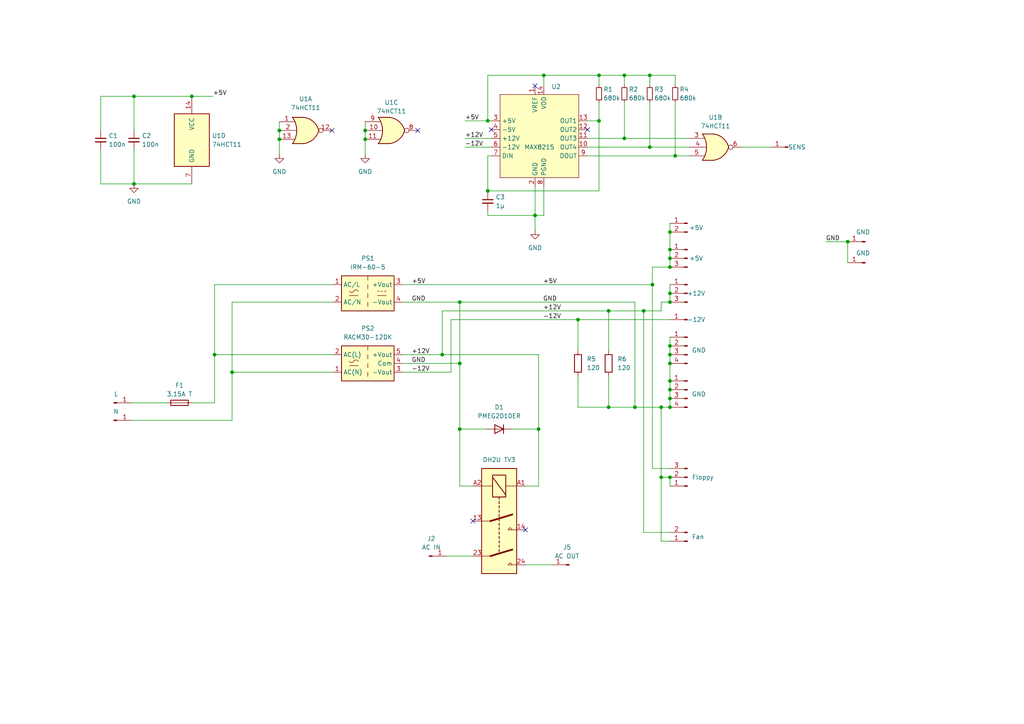
<source format=kicad_sch>
(kicad_sch (version 20230121) (generator eeschema)
  (paper "A4")
  (lib_symbols
    (symbol "74xx:74LS27" (pin_names (offset 1.016))
      (property "Reference" "U" (at 0 1.27 0))
      (property "Value" "74LS27" (at 0 -1.27 0))
      (symbol "74LS27_1_1"
        (arc (start -3.81 -3.81) (mid -2.589 0) (end -3.81 3.81) (stroke (width 0.254)))
        (arc (start -0.6096 -3.81) (mid 2.1842 -2.5851) (end 3.81 0) (stroke (width 0.254)) (fill (type background)))
        (polyline (pts (xy -3.81 -3.81) (xy -0.635 -3.81)) (stroke (width 0.254)) (fill (type background)))
        (polyline (pts (xy -3.81 3.81) (xy -0.635 3.81)) (stroke (width 0.254)) (fill (type background)))
        (polyline (pts (xy -0.635 3.81) (xy -3.81 3.81) (xy -3.81 3.81) (xy -3.556 3.4036) (xy -3.0226 2.2606) (xy -2.6924 1.0414) (xy -2.6162 -0.254) (xy -2.7686 -1.4986) (xy -3.175 -2.7178) (xy -3.81 -3.81) (xy -3.81 -3.81) (xy -0.635 -3.81)) (stroke (width -25.4)) (fill (type background)))
        (arc (start 3.81 0) (mid 2.1915 2.5936) (end -0.6096 3.81) (stroke (width 0.254)) (fill (type background)))
        (pin input line (at -7.62 2.54 0) (length 4.318) (name "~") (number "1"))
        (pin output inverted (at 7.62 0 180) (length 3.81) (name "~") (number "12"))
        (pin input line (at -7.62 -2.54 0) (length 4.318) (name "~") (number "13"))
        (pin input line (at -7.62 0 0) (length 4.953) (name "~") (number "2"))
      )
      (symbol "74LS27_1_2"
        (arc (start 0 -3.81) (mid 3.7934 0) (end 0 3.81) (stroke (width 0.254)) (fill (type background)))
        (polyline (pts (xy 0 3.81) (xy -3.81 3.81) (xy -3.81 -3.81) (xy 0 -3.81)) (stroke (width 0.254)) (fill (type background)))
        (pin input inverted (at -7.62 2.54 0) (length 3.81) (name "~") (number "1"))
        (pin output line (at 7.62 0 180) (length 3.81) (name "~") (number "12"))
        (pin input inverted (at -7.62 -2.54 0) (length 3.81) (name "~") (number "13"))
        (pin input inverted (at -7.62 0 0) (length 3.81) (name "~") (number "2"))
      )
      (symbol "74LS27_2_1"
        (arc (start -3.81 -3.81) (mid -2.589 0) (end -3.81 3.81) (stroke (width 0.254)))
        (arc (start -0.6096 -3.81) (mid 2.1842 -2.5851) (end 3.81 0) (stroke (width 0.254)) (fill (type background)))
        (polyline (pts (xy -3.81 -3.81) (xy -0.635 -3.81)) (stroke (width 0.254)) (fill (type background)))
        (polyline (pts (xy -3.81 3.81) (xy -0.635 3.81)) (stroke (width 0.254)) (fill (type background)))
        (polyline (pts (xy -0.635 3.81) (xy -3.81 3.81) (xy -3.81 3.81) (xy -3.556 3.4036) (xy -3.0226 2.2606) (xy -2.6924 1.0414) (xy -2.6162 -0.254) (xy -2.7686 -1.4986) (xy -3.175 -2.7178) (xy -3.81 -3.81) (xy -3.81 -3.81) (xy -0.635 -3.81)) (stroke (width -25.4)) (fill (type background)))
        (arc (start 3.81 0) (mid 2.1915 2.5936) (end -0.6096 3.81) (stroke (width 0.254)) (fill (type background)))
        (pin input line (at -7.62 2.54 0) (length 4.318) (name "~") (number "3"))
        (pin input line (at -7.62 0 0) (length 4.953) (name "~") (number "4"))
        (pin input line (at -7.62 -2.54 0) (length 4.318) (name "~") (number "5"))
        (pin output inverted (at 7.62 0 180) (length 3.81) (name "~") (number "6"))
      )
      (symbol "74LS27_2_2"
        (arc (start 0 -3.81) (mid 3.7934 0) (end 0 3.81) (stroke (width 0.254)) (fill (type background)))
        (polyline (pts (xy 0 3.81) (xy -3.81 3.81) (xy -3.81 -3.81) (xy 0 -3.81)) (stroke (width 0.254)) (fill (type background)))
        (pin input inverted (at -7.62 2.54 0) (length 3.81) (name "~") (number "3"))
        (pin input inverted (at -7.62 0 0) (length 3.81) (name "~") (number "4"))
        (pin input inverted (at -7.62 -2.54 0) (length 3.81) (name "~") (number "5"))
        (pin output line (at 7.62 0 180) (length 3.81) (name "~") (number "6"))
      )
      (symbol "74LS27_3_1"
        (arc (start -3.81 -3.81) (mid -2.589 0) (end -3.81 3.81) (stroke (width 0.254)))
        (arc (start -0.6096 -3.81) (mid 2.1842 -2.5851) (end 3.81 0) (stroke (width 0.254)) (fill (type background)))
        (polyline (pts (xy -3.81 -3.81) (xy -0.635 -3.81)) (stroke (width 0.254)) (fill (type background)))
        (polyline (pts (xy -3.81 3.81) (xy -0.635 3.81)) (stroke (width 0.254)) (fill (type background)))
        (polyline (pts (xy -0.635 3.81) (xy -3.81 3.81) (xy -3.81 3.81) (xy -3.556 3.4036) (xy -3.0226 2.2606) (xy -2.6924 1.0414) (xy -2.6162 -0.254) (xy -2.7686 -1.4986) (xy -3.175 -2.7178) (xy -3.81 -3.81) (xy -3.81 -3.81) (xy -0.635 -3.81)) (stroke (width -25.4)) (fill (type background)))
        (arc (start 3.81 0) (mid 2.1915 2.5936) (end -0.6096 3.81) (stroke (width 0.254)) (fill (type background)))
        (pin input line (at -7.62 0 0) (length 4.953) (name "~") (number "10"))
        (pin input line (at -7.62 -2.54 0) (length 4.318) (name "~") (number "11"))
        (pin output inverted (at 7.62 0 180) (length 3.81) (name "~") (number "8"))
        (pin input line (at -7.62 2.54 0) (length 4.318) (name "~") (number "9"))
      )
      (symbol "74LS27_3_2"
        (arc (start 0 -3.81) (mid 3.7934 0) (end 0 3.81) (stroke (width 0.254)) (fill (type background)))
        (polyline (pts (xy 0 3.81) (xy -3.81 3.81) (xy -3.81 -3.81) (xy 0 -3.81)) (stroke (width 0.254)) (fill (type background)))
        (pin input inverted (at -7.62 0 0) (length 3.81) (name "~") (number "10"))
        (pin input inverted (at -7.62 -2.54 0) (length 3.81) (name "~") (number "11"))
        (pin output line (at 7.62 0 180) (length 3.81) (name "~") (number "8"))
        (pin input inverted (at -7.62 2.54 0) (length 3.81) (name "~") (number "9"))
      )
      (symbol "74LS27_4_0"
        (pin power_in line (at 0 12.7 270) (length 5.08) (name "VCC") (number "14"))
        (pin power_in line (at 0 -12.7 90) (length 5.08) (name "GND") (number "7"))
      )
      (symbol "74LS27_4_1"
        (rectangle (start -5.08 7.62) (end 5.08 -7.62) (stroke (width 0.254)) (fill (type background)))
      )
    )
    (symbol "Connector:Conn_01x01_Pin" (pin_names (offset 1.016) hide)
      (property "Reference" "J" (at 0 2.54 0))
      (property "Value" "Conn_01x01_Pin" (at 0 -2.54 0))
      (symbol "Conn_01x01_Pin_1_1"
        (polyline (pts (xy 1.27 0) (xy 0.8636 0)) (stroke (width 0.1524)))
        (rectangle (start 0.8636 0.127) (end 0 -0.127) (stroke (width 0.1524)) (fill (type outline)))
        (pin passive line (at 5.08 0 180) (length 3.81) (name "Pin_1") (number "1"))
      )
    )
    (symbol "Connector:Conn_01x02_Pin" (pin_names (offset 1.016) hide)
      (property "Reference" "J" (at 0 2.54 0))
      (property "Value" "Conn_01x02_Pin" (at 0 -5.08 0))
      (symbol "Conn_01x02_Pin_1_1"
        (polyline (pts (xy 1.27 -2.54) (xy 0.8636 -2.54)) (stroke (width 0.1524)))
        (polyline (pts (xy 1.27 0) (xy 0.8636 0)) (stroke (width 0.1524)))
        (rectangle (start 0.8636 -2.413) (end 0 -2.667) (stroke (width 0.1524)) (fill (type outline)))
        (rectangle (start 0.8636 0.127) (end 0 -0.127) (stroke (width 0.1524)) (fill (type outline)))
        (pin passive line (at 5.08 0 180) (length 3.81) (name "Pin_1") (number "1"))
        (pin passive line (at 5.08 -2.54 180) (length 3.81) (name "Pin_2") (number "2"))
      )
    )
    (symbol "Connector:Conn_01x03_Pin" (pin_names (offset 1.016) hide)
      (property "Reference" "J" (at 0 5.08 0))
      (property "Value" "Conn_01x03_Pin" (at 0 -5.08 0))
      (symbol "Conn_01x03_Pin_1_1"
        (polyline (pts (xy 1.27 -2.54) (xy 0.8636 -2.54)) (stroke (width 0.1524)))
        (polyline (pts (xy 1.27 0) (xy 0.8636 0)) (stroke (width 0.1524)))
        (polyline (pts (xy 1.27 2.54) (xy 0.8636 2.54)) (stroke (width 0.1524)))
        (rectangle (start 0.8636 -2.413) (end 0 -2.667) (stroke (width 0.1524)) (fill (type outline)))
        (rectangle (start 0.8636 0.127) (end 0 -0.127) (stroke (width 0.1524)) (fill (type outline)))
        (rectangle (start 0.8636 2.667) (end 0 2.413) (stroke (width 0.1524)) (fill (type outline)))
        (pin passive line (at 5.08 2.54 180) (length 3.81) (name "Pin_1") (number "1"))
        (pin passive line (at 5.08 0 180) (length 3.81) (name "Pin_2") (number "2"))
        (pin passive line (at 5.08 -2.54 180) (length 3.81) (name "Pin_3") (number "3"))
      )
    )
    (symbol "Connector:Conn_01x04_Pin" (pin_names (offset 1.016) hide)
      (property "Reference" "J" (at 0 5.08 0))
      (property "Value" "Conn_01x04_Pin" (at 0 -7.62 0))
      (symbol "Conn_01x04_Pin_1_1"
        (polyline (pts (xy 1.27 -5.08) (xy 0.8636 -5.08)) (stroke (width 0.1524)))
        (polyline (pts (xy 1.27 -2.54) (xy 0.8636 -2.54)) (stroke (width 0.1524)))
        (polyline (pts (xy 1.27 0) (xy 0.8636 0)) (stroke (width 0.1524)))
        (polyline (pts (xy 1.27 2.54) (xy 0.8636 2.54)) (stroke (width 0.1524)))
        (rectangle (start 0.8636 -4.953) (end 0 -5.207) (stroke (width 0.1524)) (fill (type outline)))
        (rectangle (start 0.8636 -2.413) (end 0 -2.667) (stroke (width 0.1524)) (fill (type outline)))
        (rectangle (start 0.8636 0.127) (end 0 -0.127) (stroke (width 0.1524)) (fill (type outline)))
        (rectangle (start 0.8636 2.667) (end 0 2.413) (stroke (width 0.1524)) (fill (type outline)))
        (pin passive line (at 5.08 2.54 180) (length 3.81) (name "Pin_1") (number "1"))
        (pin passive line (at 5.08 0 180) (length 3.81) (name "Pin_2") (number "2"))
        (pin passive line (at 5.08 -2.54 180) (length 3.81) (name "Pin_3") (number "3"))
        (pin passive line (at 5.08 -5.08 180) (length 3.81) (name "Pin_4") (number "4"))
      )
    )
    (symbol "Converter_ACDC:IRM-60-5"
      (property "Reference" "PS" (at 0 7.62 0))
      (property "Value" "IRM-60-5" (at 0 -7.62 0))
      (symbol "IRM-60-5_1_1"
        (rectangle (start -7.62 5.08) (end 7.62 -5.08) (stroke (width 0.254)) (fill (type background)))
        (arc (start -5.334 0.635) (mid -4.699 0.2495) (end -4.064 0.635))
        (arc (start -2.794 0.635) (mid -3.429 1.0072) (end -4.064 0.635))
        (polyline (pts (xy -5.334 -0.635) (xy -2.794 -0.635)))
        (polyline (pts (xy 0 -2.54) (xy 0 -3.81)))
        (polyline (pts (xy 0 0) (xy 0 -1.27)))
        (polyline (pts (xy 0 2.54) (xy 0 1.27)))
        (polyline (pts (xy 0 5.08) (xy 0 3.81)))
        (polyline (pts (xy 2.794 -0.635) (xy 5.334 -0.635)))
        (polyline (pts (xy 2.794 0.635) (xy 3.302 0.635)))
        (polyline (pts (xy 3.81 0.635) (xy 4.318 0.635)))
        (polyline (pts (xy 4.826 0.635) (xy 5.334 0.635)))
        (pin power_in line (at -10.16 2.54 0) (length 2.54) (name "AC/L") (number "1"))
        (pin power_in line (at -10.16 -2.54 0) (length 2.54) (name "AC/N") (number "2"))
        (pin power_out line (at 10.16 2.54 180) (length 2.54) (name "+Vout") (number "3"))
        (pin power_out line (at 10.16 -2.54 180) (length 2.54) (name "-Vout") (number "4"))
      )
    )
    (symbol "Converter_ACDC:RAC20-12DK"
      (property "Reference" "PS2" (at 0 10.16 0))
      (property "Value" "RACM30-12DK" (at 0 7.62 0))
      (symbol "RAC20-12DK_0_1"
        (rectangle (start -7.62 5.08) (end 7.62 -5.08) (stroke (width 0.254)) (fill (type background)))
        (arc (start -5.334 0.635) (mid -4.699 0.2495) (end -4.064 0.635))
        (arc (start -2.794 0.635) (mid -3.429 1.0072) (end -4.064 0.635))
        (polyline (pts (xy -5.334 -0.635) (xy -2.794 -0.635)))
        (polyline (pts (xy 0 -2.54) (xy 0 -3.81)))
        (polyline (pts (xy 0 0) (xy 0 -1.27)))
        (polyline (pts (xy 0 2.54) (xy 0 1.27)))
        (polyline (pts (xy 0 5.08) (xy 0 3.81)))
      )
      (symbol "RAC20-12DK_1_1"
        (pin power_in line (at -10.16 -2.54 0) (length 2.54) (name "AC(N)") (number "1"))
        (pin power_in line (at -10.16 2.54 0) (length 2.54) (name "AC(L)") (number "2"))
        (pin power_out line (at 10.16 -2.54 180) (length 2.54) (name "-Vout") (number "3"))
        (pin power_out line (at 10.16 0 180) (length 2.54) (name "Com") (number "4"))
        (pin power_out line (at 10.16 2.54 180) (length 2.54) (name "+Vout") (number "5"))
      )
    )
    (symbol "Device:C_Small" (pin_numbers hide) (pin_names (offset 0.254) hide)
      (property "Reference" "C" (at 0.254 1.778 0))
      (property "Value" "C_Small" (at 0.254 -2.032 0))
      (symbol "C_Small_0_1"
        (polyline (pts (xy -1.524 -0.508) (xy 1.524 -0.508)) (stroke (width 0.3302)))
        (polyline (pts (xy -1.524 0.508) (xy 1.524 0.508)) (stroke (width 0.3048)))
      )
      (symbol "C_Small_1_1"
        (pin passive line (at 0 2.54 270) (length 2.032) (name "~") (number "1"))
        (pin passive line (at 0 -2.54 90) (length 2.032) (name "~") (number "2"))
      )
    )
    (symbol "Device:Fuse" (pin_numbers hide) (pin_names (offset 0))
      (property "Reference" "F" (at 2.032 0 90))
      (property "Value" "Fuse" (at -1.905 0 90))
      (symbol "Fuse_0_1"
        (rectangle (start -0.762 -2.54) (end 0.762 2.54) (stroke (width 0.254)))
        (polyline (pts (xy 0 2.54) (xy 0 -2.54)))
      )
      (symbol "Fuse_1_1"
        (pin passive line (at 0 3.81 270) (length 1.27) (name "~") (number "1"))
        (pin passive line (at 0 -3.81 90) (length 1.27) (name "~") (number "2"))
      )
    )
    (symbol "Device:R" (pin_numbers hide) (pin_names (offset 0))
      (property "Reference" "R" (at 2.032 0 90))
      (property "Value" "R" (at 0 0 90))
      (symbol "R_0_1"
        (rectangle (start -1.016 -2.54) (end 1.016 2.54) (stroke (width 0.254)))
      )
      (symbol "R_1_1"
        (pin passive line (at 0 3.81 270) (length 1.27) (name "~") (number "1"))
        (pin passive line (at 0 -3.81 90) (length 1.27) (name "~") (number "2"))
      )
    )
    (symbol "Device:R_Small" (pin_numbers hide) (pin_names (offset 0.254) hide)
      (property "Reference" "R" (at 0.762 0.508 0))
      (property "Value" "R_Small" (at 0.762 -1.016 0))
      (symbol "R_Small_0_1"
        (rectangle (start -0.762 1.778) (end 0.762 -1.778) (stroke (width 0.2032)))
      )
      (symbol "R_Small_1_1"
        (pin passive line (at 0 2.54 270) (length 0.762) (name "~") (number "1"))
        (pin passive line (at 0 -2.54 90) (length 0.762) (name "~") (number "2"))
      )
    )
    (symbol "Diode:1N4001" (pin_numbers hide) (pin_names hide)
      (property "Reference" "D" (at 0 2.54 0))
      (property "Value" "1N4001" (at 0 -2.54 0))
      (symbol "1N4001_0_1"
        (polyline (pts (xy -1.27 1.27) (xy -1.27 -1.27)) (stroke (width 0.254)))
        (polyline (pts (xy 1.27 0) (xy -1.27 0)))
        (polyline (pts (xy 1.27 1.27) (xy 1.27 -1.27) (xy -1.27 0) (xy 1.27 1.27)) (stroke (width 0.254)))
      )
      (symbol "1N4001_1_1"
        (pin passive line (at -3.81 0 0) (length 2.54) (name "K") (number "1"))
        (pin passive line (at 3.81 0 180) (length 2.54) (name "A") (number "2"))
      )
    )
    (symbol "Power_Supervisor:MAX8215"
      (property "Reference" "U" (at -1.27 6.35 0))
      (symbol "MAX8215_1_1"
        (rectangle (start -11.43 15.24) (end 11.43 -8.89) (fill (type background)))
        (pin power_in line (at -1.27 17.78 270) (length 2.54) (name "VREF") (number "1"))
        (pin output line (at 13.97 0 180) (length 2.54) (name "OUT4") (number "10"))
        (pin output line (at 13.97 2.54 180) (length 2.54) (name "OUT3") (number "11"))
        (pin output line (at 13.97 5.08 180) (length 2.54) (name "OUT2") (number "12"))
        (pin output line (at 13.97 7.62 180) (length 2.54) (name "OUT1") (number "13"))
        (pin power_in line (at 1.27 17.78 270) (length 2.54) (name "VDD") (number "14"))
        (pin power_in line (at -1.27 -11.43 90) (length 2.54) (name "GND") (number "2"))
        (pin input line (at -13.97 7.62 0) (length 2.54) (name "+5V") (number "3"))
        (pin input line (at -13.97 5.08 0) (length 2.54) (name "-5V") (number "4"))
        (pin input line (at -13.97 2.54 0) (length 2.54) (name "+12V") (number "5"))
        (pin input line (at -13.97 0 0) (length 2.54) (name "-12V") (number "6"))
        (pin input line (at -13.97 -2.54 0) (length 2.54) (name "DIN") (number "7"))
        (pin power_in line (at 1.27 -11.43 90) (length 2.54) (name "PGND") (number "8"))
        (pin output line (at 13.97 -2.54 180) (length 2.54) (name "DOUT") (number "9"))
      )
    )
    (symbol "Relay:G2RL-2A"
      (property "Reference" "K" (at 16.51 3.81 0))
      (property "Value" "G2RL-2A" (at 16.51 1.27 0))
      (symbol "G2RL-2A_0_1"
        (rectangle (start -15.24 5.08) (end 15.24 -5.08) (stroke (width 0.254)) (fill (type background)))
        (rectangle (start -13.335 1.905) (end -6.985 -1.905) (stroke (width 0.254)))
        (polyline (pts (xy -12.7 -1.905) (xy -7.62 1.905)) (stroke (width 0.254)))
        (polyline (pts (xy -10.16 -5.08) (xy -10.16 -1.905)))
        (polyline (pts (xy -10.16 5.08) (xy -10.16 1.905)))
        (polyline (pts (xy -6.985 0) (xy -6.35 0)) (stroke (width 0.254)))
        (polyline (pts (xy -5.715 0) (xy -5.08 0)) (stroke (width 0.254)))
        (polyline (pts (xy -4.445 0) (xy -3.81 0)) (stroke (width 0.254)))
        (polyline (pts (xy -3.175 0) (xy -2.54 0)) (stroke (width 0.254)))
        (polyline (pts (xy -1.905 0) (xy -1.27 0)) (stroke (width 0.254)))
        (polyline (pts (xy -0.635 0) (xy 0 0)) (stroke (width 0.254)))
        (polyline (pts (xy 0 -2.54) (xy -1.905 3.81)) (stroke (width 0.508)))
        (polyline (pts (xy 0 -2.54) (xy 0 -5.08)))
        (polyline (pts (xy 0.635 0) (xy 1.27 0)) (stroke (width 0.254)))
        (polyline (pts (xy 1.905 0) (xy 2.54 0)) (stroke (width 0.254)))
        (polyline (pts (xy 3.175 0) (xy 3.81 0)) (stroke (width 0.254)))
        (polyline (pts (xy 4.445 0) (xy 5.08 0)) (stroke (width 0.254)))
        (polyline (pts (xy 5.715 0) (xy 6.35 0)) (stroke (width 0.254)))
        (polyline (pts (xy 6.985 0) (xy 7.62 0)) (stroke (width 0.254)))
        (polyline (pts (xy 8.255 0) (xy 8.89 0)) (stroke (width 0.254)))
        (polyline (pts (xy 10.16 -2.54) (xy 8.255 3.81)) (stroke (width 0.508)))
        (polyline (pts (xy 10.16 -2.54) (xy 10.16 -5.08)))
        (polyline (pts (xy 2.54 5.08) (xy 2.54 2.54) (xy 1.905 3.175) (xy 2.54 3.81)))
        (polyline (pts (xy 12.7 5.08) (xy 12.7 2.54) (xy 12.065 3.175) (xy 12.7 3.81)))
      )
      (symbol "G2RL-2A_1_1"
        (pin passive line (at 0 -7.62 90) (length 2.54) (name "~") (number "13"))
        (pin passive line (at 2.54 7.62 270) (length 2.54) (name "~") (number "14"))
        (pin passive line (at 10.16 -7.62 90) (length 2.54) (name "~") (number "23"))
        (pin passive line (at 12.7 7.62 270) (length 2.54) (name "~") (number "24"))
        (pin passive line (at -10.16 7.62 270) (length 2.54) (name "~") (number "A1"))
        (pin passive line (at -10.16 -7.62 90) (length 2.54) (name "~") (number "A2"))
      )
    )
    (symbol "power:GND" (power) (pin_names (offset 0))
      (property "Value" "GND" (at 0 -3.81 0))
      (symbol "GND_0_1"
        (polyline (pts (xy 0 0) (xy 0 -1.27) (xy 1.27 -1.27) (xy 0 -2.54) (xy -1.27 -1.27) (xy 0 -1.27)))
      )
      (symbol "GND_1_1"
        (pin power_in line (at 0 0 270) (length 0) hide (name "GND") (number "1"))
      )
    )
  )
  (junction (at 141.478 35.052))
  (junction (at 81.026 40.386))
  (junction (at 194.31 118.11))
  (junction (at 189.23 82.55))
  (junction (at 155.194 62.484))
  (junction (at 194.31 113.03))
  (junction (at 194.31 87.63))
  (junction (at 133.35 87.63))
  (junction (at 245.872 70.104))
  (junction (at 186.69 90.17))
  (junction (at 194.31 105.41))
  (junction (at 173.736 35.052))
  (junction (at 188.468 42.672))
  (junction (at 67.31 107.95))
  (junction (at 141.478 55.372))
  (junction (at 167.64 92.71))
  (junction (at 157.734 21.844))
  (junction (at 176.53 90.17))
  (junction (at 194.31 85.09))
  (junction (at 194.31 115.57))
  (junction (at 184.15 118.11))
  (junction (at 194.31 74.93))
  (junction (at 194.31 67.31))
  (junction (at 38.862 27.94))
  (junction (at 55.626 27.94))
  (junction (at 128.27 102.87))
  (junction (at 176.53 118.11))
  (junction (at 191.77 138.43))
  (junction (at 181.102 40.132))
  (junction (at 194.31 72.39))
  (junction (at 194.31 100.33))
  (junction (at 194.31 110.49))
  (junction (at 62.23 102.87))
  (junction (at 194.31 138.43))
  (junction (at 194.31 77.47))
  (junction (at 105.918 40.386))
  (junction (at 191.77 118.11))
  (junction (at 156.21 124.46))
  (junction (at 194.31 102.87))
  (junction (at 81.026 37.846))
  (junction (at 105.918 37.846))
  (junction (at 133.35 105.41))
  (junction (at 173.736 21.844))
  (junction (at 38.862 53.34))
  (junction (at 188.468 21.844))
  (junction (at 195.834 45.212))
  (junction (at 181.102 21.844))
  (junction (at 133.35 124.46))
  (no_connect (at 152.4 153.67))
  (no_connect (at 170.434 37.592))
  (no_connect (at 96.266 37.846))
  (no_connect (at 142.494 37.592))
  (no_connect (at 137.16 151.13))
  (no_connect (at 155.194 24.892))
  (no_connect (at 121.158 37.846))
  (wire (pts (xy 167.64 92.71) (xy 167.64 101.6)))
  (wire (pts (xy 38.862 53.34) (xy 38.862 43.18)))
  (wire (pts (xy 156.21 124.46) (xy 148.59 124.46)))
  (wire (pts (xy 141.478 60.96) (xy 141.478 62.484)))
  (wire (pts (xy 62.23 102.87) (xy 62.23 116.84)))
  (wire (pts (xy 140.97 124.46) (xy 133.35 124.46)))
  (wire (pts (xy 55.88 116.84) (xy 62.23 116.84)))
  (wire (pts (xy 141.478 21.844) (xy 141.478 35.052)))
  (wire (pts (xy 194.31 115.57) (xy 194.31 118.11)))
  (wire (pts (xy 191.77 138.43) (xy 191.77 118.11)))
  (wire (pts (xy 188.468 29.718) (xy 188.468 42.672)))
  (wire (pts (xy 194.31 113.03) (xy 194.31 115.57)))
  (wire (pts (xy 194.31 72.39) (xy 194.31 74.93)))
  (wire (pts (xy 155.194 62.484) (xy 157.734 62.484)))
  (wire (pts (xy 186.69 90.17) (xy 186.69 154.432)))
  (wire (pts (xy 29.21 38.1) (xy 29.21 27.94)))
  (wire (pts (xy 152.4 140.97) (xy 156.21 140.97)))
  (wire (pts (xy 38.862 27.94) (xy 38.862 38.1)))
  (wire (pts (xy 116.84 102.87) (xy 128.27 102.87)))
  (wire (pts (xy 134.874 42.672) (xy 142.494 42.672)))
  (wire (pts (xy 191.77 87.63) (xy 194.31 87.63)))
  (wire (pts (xy 191.77 118.11) (xy 194.31 118.11)))
  (wire (pts (xy 194.31 138.43) (xy 194.31 140.97)))
  (wire (pts (xy 67.31 87.63) (xy 96.52 87.63)))
  (wire (pts (xy 176.53 90.17) (xy 176.53 101.6)))
  (wire (pts (xy 55.626 27.94) (xy 61.722 27.94)))
  (wire (pts (xy 157.734 21.844) (xy 141.478 21.844)))
  (wire (pts (xy 29.21 43.18) (xy 29.21 53.34)))
  (wire (pts (xy 129.54 161.29) (xy 137.16 161.29)))
  (wire (pts (xy 245.872 70.104) (xy 245.872 76.2)))
  (wire (pts (xy 184.15 87.63) (xy 184.15 118.11)))
  (wire (pts (xy 142.494 45.212) (xy 141.478 45.212)))
  (wire (pts (xy 81.026 35.306) (xy 81.026 37.846)))
  (wire (pts (xy 189.23 135.89) (xy 189.23 82.55)))
  (wire (pts (xy 38.1 121.92) (xy 67.31 121.92)))
  (wire (pts (xy 181.102 21.844) (xy 188.468 21.844)))
  (wire (pts (xy 173.736 21.844) (xy 181.102 21.844)))
  (wire (pts (xy 173.736 24.638) (xy 173.736 21.844)))
  (wire (pts (xy 133.35 124.46) (xy 133.35 140.97)))
  (wire (pts (xy 105.918 40.386) (xy 105.918 44.704)))
  (wire (pts (xy 152.4 163.83) (xy 160.02 163.83)))
  (wire (pts (xy 141.478 55.372) (xy 173.736 55.372)))
  (wire (pts (xy 186.69 90.17) (xy 191.77 90.17)))
  (wire (pts (xy 29.21 27.94) (xy 38.862 27.94)))
  (wire (pts (xy 81.026 37.846) (xy 81.026 40.386)))
  (wire (pts (xy 157.734 62.484) (xy 157.734 54.102)))
  (wire (pts (xy 157.734 24.892) (xy 157.734 21.844)))
  (wire (pts (xy 194.31 67.31) (xy 194.31 72.39)))
  (wire (pts (xy 38.862 27.94) (xy 55.626 27.94)))
  (wire (pts (xy 62.23 102.87) (xy 62.23 82.55)))
  (wire (pts (xy 195.834 21.844) (xy 188.468 21.844)))
  (wire (pts (xy 194.31 64.77) (xy 194.31 67.31)))
  (wire (pts (xy 155.194 54.102) (xy 155.194 62.484)))
  (wire (pts (xy 173.736 29.718) (xy 173.736 35.052)))
  (wire (pts (xy 194.31 77.47) (xy 189.23 77.47)))
  (wire (pts (xy 170.434 45.212) (xy 195.834 45.212)))
  (wire (pts (xy 130.81 92.71) (xy 167.64 92.71)))
  (wire (pts (xy 176.53 90.17) (xy 186.69 90.17)))
  (wire (pts (xy 116.84 87.63) (xy 133.35 87.63)))
  (wire (pts (xy 191.77 90.17) (xy 191.77 87.63)))
  (wire (pts (xy 194.31 105.41) (xy 194.31 110.49)))
  (wire (pts (xy 81.026 40.386) (xy 81.026 44.704)))
  (wire (pts (xy 194.31 138.43) (xy 191.77 138.43)))
  (wire (pts (xy 181.102 29.718) (xy 181.102 40.132)))
  (wire (pts (xy 194.31 97.79) (xy 194.31 100.33)))
  (wire (pts (xy 141.478 62.484) (xy 155.194 62.484)))
  (wire (pts (xy 173.736 35.052) (xy 170.434 35.052)))
  (wire (pts (xy 130.81 107.95) (xy 130.81 92.71)))
  (wire (pts (xy 188.468 24.638) (xy 188.468 21.844)))
  (wire (pts (xy 141.478 55.372) (xy 141.478 55.88)))
  (wire (pts (xy 141.478 35.052) (xy 142.494 35.052)))
  (wire (pts (xy 133.35 105.41) (xy 133.35 124.46)))
  (wire (pts (xy 134.874 40.132) (xy 142.494 40.132)))
  (wire (pts (xy 105.918 35.306) (xy 105.918 37.846)))
  (wire (pts (xy 194.31 85.09) (xy 194.31 87.63)))
  (wire (pts (xy 167.64 92.71) (xy 194.31 92.71)))
  (wire (pts (xy 128.27 90.17) (xy 128.27 102.87)))
  (wire (pts (xy 195.834 45.212) (xy 199.898 45.212)))
  (wire (pts (xy 195.834 24.638) (xy 195.834 21.844)))
  (wire (pts (xy 128.27 90.17) (xy 176.53 90.17)))
  (wire (pts (xy 176.53 109.22) (xy 176.53 118.11)))
  (wire (pts (xy 116.84 82.55) (xy 189.23 82.55)))
  (wire (pts (xy 156.21 140.97) (xy 156.21 124.46)))
  (wire (pts (xy 176.53 118.11) (xy 184.15 118.11)))
  (wire (pts (xy 194.31 154.432) (xy 186.69 154.432)))
  (wire (pts (xy 67.31 121.92) (xy 67.31 107.95)))
  (wire (pts (xy 116.84 105.41) (xy 133.35 105.41)))
  (wire (pts (xy 194.31 82.55) (xy 194.31 85.09)))
  (wire (pts (xy 133.35 140.97) (xy 137.16 140.97)))
  (wire (pts (xy 194.31 102.87) (xy 194.31 105.41)))
  (wire (pts (xy 184.15 118.11) (xy 191.77 118.11)))
  (wire (pts (xy 116.84 107.95) (xy 130.81 107.95)))
  (wire (pts (xy 195.834 29.718) (xy 195.834 45.212)))
  (wire (pts (xy 189.23 77.47) (xy 189.23 82.55)))
  (wire (pts (xy 191.77 156.972) (xy 191.77 138.43)))
  (wire (pts (xy 194.31 156.972) (xy 191.77 156.972)))
  (wire (pts (xy 239.522 70.104) (xy 245.872 70.104)))
  (wire (pts (xy 194.31 135.89) (xy 189.23 135.89)))
  (wire (pts (xy 167.64 109.22) (xy 167.64 118.11)))
  (wire (pts (xy 155.194 62.484) (xy 155.194 66.802)))
  (wire (pts (xy 141.478 45.212) (xy 141.478 55.372)))
  (wire (pts (xy 170.434 42.672) (xy 188.468 42.672)))
  (wire (pts (xy 67.31 107.95) (xy 67.31 87.63)))
  (wire (pts (xy 173.736 35.052) (xy 173.736 55.372)))
  (wire (pts (xy 181.102 21.844) (xy 181.102 24.638)))
  (wire (pts (xy 194.31 74.93) (xy 194.31 77.47)))
  (wire (pts (xy 157.734 21.844) (xy 173.736 21.844)))
  (wire (pts (xy 167.64 118.11) (xy 176.53 118.11)))
  (wire (pts (xy 62.23 82.55) (xy 96.52 82.55)))
  (wire (pts (xy 194.31 110.49) (xy 194.31 113.03)))
  (wire (pts (xy 170.434 40.132) (xy 181.102 40.132)))
  (wire (pts (xy 188.468 42.672) (xy 199.898 42.672)))
  (wire (pts (xy 194.31 100.33) (xy 194.31 102.87)))
  (wire (pts (xy 105.918 37.846) (xy 105.918 40.386)))
  (wire (pts (xy 134.874 35.052) (xy 141.478 35.052)))
  (wire (pts (xy 156.21 102.87) (xy 156.21 124.46)))
  (wire (pts (xy 29.21 53.34) (xy 38.862 53.34)))
  (wire (pts (xy 62.23 102.87) (xy 96.52 102.87)))
  (wire (pts (xy 133.35 87.63) (xy 184.15 87.63)))
  (wire (pts (xy 67.31 107.95) (xy 96.52 107.95)))
  (wire (pts (xy 181.102 40.132) (xy 199.898 40.132)))
  (wire (pts (xy 215.138 42.672) (xy 223.52 42.672)))
  (wire (pts (xy 55.626 53.34) (xy 38.862 53.34)))
  (wire (pts (xy 38.1 116.84) (xy 48.26 116.84)))
  (wire (pts (xy 133.35 87.63) (xy 133.35 105.41)))
  (wire (pts (xy 128.27 102.87) (xy 156.21 102.87)))
  (label "+5V" (at 61.722 27.94 0))
  (label "+12V" (at 119.38 102.87 0))
  (label "-12V" (at 157.48 92.71 0))
  (label "+12V" (at 134.874 40.132 0))
  (label "+5V" (at 134.874 35.052 0))
  (label "GND" (at 119.38 105.41 0))
  (label "+12V" (at 157.48 90.17 0))
  (label "+5V" (at 157.48 82.55 0))
  (label "GND" (at 239.522 70.104 0))
  (label "-12V" (at 134.874 42.672 0))
  (label "GND" (at 119.38 87.63 0))
  (label "+5V" (at 119.38 82.55 0))
  (label "GND" (at 157.48 87.63 0))
  (label "-12V" (at 119.38 107.95 0))
  (symbol (lib_id "Connector:Conn_01x01_Pin") (at 228.6 42.672 180) (unit 1)
    (property "Reference" "J13" (effects hide))
    (property "Value" "SENS" (at 231.14 42.672 0))
    (property "Footprint" "Connector_Wire:SolderWire-1.5sqmm_1x01_D1.7mm_OD3mm" (effects hide))
  )
  (symbol (lib_id "Connector:Conn_01x03_Pin") (at 199.39 85.09 0) (mirror y) (unit 1)
    (property "Reference" "J7" (effects hide))
    (property "Value" "+12V" (at 201.93 85.09 0))
    (property "Footprint" "Connector_Wire:SolderWire-1.5sqmm_1x03_P6mm_D1.7mm_OD3mm" (effects hide))
  )
  (symbol (lib_id "74xx:74LS27") (at 113.538 37.846 0) (unit 3)
    (property "Reference" "U1" (at 113.538 29.718 0))
    (property "Value" "74HCT11" (at 113.538 32.258 0))
    (property "Footprint" "Package_SO:SO-14_3.9x8.65mm_P1.27mm" (effects hide))
    (property "Datasheet" "http://www.ti.com/lit/gpn/sn74LS11" (effects hide))
  )
  (symbol (lib_id "Connector:Conn_01x01_Pin") (at 33.02 116.84 0) (unit 1)
    (property "Reference" "J1" (effects hide))
    (property "Value" "L" (at 33.655 114.3 0))
    (property "Footprint" "Connector_Wire:SolderWire-1.5sqmm_1x01_D1.7mm_OD3mm" (effects hide))
  )
  (symbol (lib_id "Device:C_Small") (at 29.21 40.64 0) (unit 1)
    (property "Reference" "C1" (at 31.496 39.37 0) (effects (justify left)))
    (property "Value" "100n" (at 31.496 41.91 0) (effects (justify left)))
    (property "Footprint" "Capacitor_SMD:C_0603_1608Metric_Pad1.08x0.95mm_HandSolder" (effects hide))
  )
  (symbol (lib_id "74xx:74LS27") (at 55.626 40.64 0) (unit 4)
    (property "Reference" "U1" (at 61.468 39.37 0) (effects (justify left)))
    (property "Value" "74HCT11" (at 61.468 41.91 0) (effects (justify left)))
    (property "Footprint" "Package_SO:SO-14_3.9x8.65mm_P1.27mm" (effects hide))
    (property "Datasheet" "http://www.ti.com/lit/gpn/sn74LS11" (effects hide))
  )
  (symbol (lib_id "Device:R") (at 167.64 105.41 0) (unit 1)
    (property "Reference" "R5" (at 170.18 104.14 0) (effects (justify left)))
    (property "Value" "120" (at 170.18 106.68 0) (effects (justify left)))
    (property "Footprint" "Resistor_THT:R_Axial_DIN0922_L20.0mm_D9.0mm_P25.40mm_Horizontal" (effects hide))
  )
  (symbol (lib_id "Device:R_Small") (at 195.834 27.178 0) (unit 1)
    (property "Reference" "R4" (at 197.104 25.908 0) (effects (justify left)))
    (property "Value" "680k" (at 197.104 28.448 0) (effects (justify left)))
    (property "Footprint" "Resistor_SMD:R_0603_1608Metric_Pad0.98x0.95mm_HandSolder" (effects hide))
  )
  (symbol (lib_id "Connector:Conn_01x01_Pin") (at 250.952 76.2 180) (unit 1)
    (property "Reference" "J15" (effects hide))
    (property "Value" "GND" (at 250.317 73.406 0))
    (property "Footprint" "Connector_Wire:SolderWire-2sqmm_1x01_D2mm_OD3.9mm" (effects hide))
  )
  (symbol (lib_id "Device:C_Small") (at 141.478 58.42 0) (unit 1)
    (property "Reference" "C3" (at 143.764 57.15 0) (effects (justify left)))
    (property "Value" "1µ" (at 143.764 59.69 0) (effects (justify left)))
    (property "Footprint" "Capacitor_SMD:C_0603_1608Metric_Pad1.08x0.95mm_HandSolder" (effects hide))
  )
  (symbol (lib_id "Connector:Conn_01x04_Pin") (at 199.39 113.03 0) (mirror y) (unit 1)
    (property "Reference" "J11" (effects hide))
    (property "Value" "GND" (at 200.66 114.3 0) (effects (justify right)))
    (property "Footprint" "Connector_Wire:SolderWire-1.5sqmm_1x04_P6mm_D1.7mm_OD3mm" (effects hide))
  )
  (symbol (lib_id "Device:R") (at 176.53 105.41 0) (unit 1)
    (property "Reference" "R6" (at 179.07 104.14 0) (effects (justify left)))
    (property "Value" "120" (at 179.07 106.68 0) (effects (justify left)))
    (property "Footprint" "Resistor_THT:R_Axial_DIN0922_L20.0mm_D9.0mm_P25.40mm_Horizontal" (effects hide))
  )
  (symbol (lib_id "power:GND") (at 81.026 44.704 0) (unit 1)
    (property "Reference" "#PWR01" (effects hide))
    (property "Value" "GND" (at 81.026 49.784 0))
  )
  (symbol (lib_id "power:GND") (at 155.194 66.802 0) (unit 1)
    (property "Reference" "#PWR03" (effects hide))
    (property "Value" "GND" (at 155.194 71.882 0))
  )
  (symbol (lib_id "Diode:1N4001") (at 144.78 124.46 0) (mirror y) (unit 1)
    (property "Reference" "D1" (at 144.78 118.11 0))
    (property "Value" "PMEG2010ER" (at 144.78 120.65 0))
    (property "Footprint" "Diode_SMD:D_SOD-123" (effects hide))
    (property "Datasheet" "http://www.vishay.com/docs/88503/1n4001.pdf" (effects hide))
    (property "Sim.Device" "D" (effects hide))
    (property "Sim.Pins" "1=K 2=A" (effects hide))
  )
  (symbol (lib_id "Relay:G2RL-2A") (at 144.78 151.13 270) (unit 1)
    (property "Reference" "K1" (effects hide))
    (property "Value" "DH2U TV3" (at 144.78 133.35 90))
    (property "Footprint" "Relay_THT:Relay_DPST_Omron_G2RL-2A" (effects hide))
    (property "Datasheet" "https://omronfs.omron.com/en_US/ecb/products/pdf/en-g2rl.pdf" (effects hide))
  )
  (symbol (lib_id "power:GND") (at 105.918 44.704 0) (unit 1)
    (property "Reference" "#PWR02" (effects hide))
    (property "Value" "GND" (at 105.918 49.784 0))
  )
  (symbol (lib_id "Connector:Conn_01x02_Pin") (at 199.39 64.77 0) (mirror y) (unit 1)
    (property "Reference" "J8" (effects hide))
    (property "Value" "+5V" (at 201.93 66.04 0))
    (property "Footprint" "Connector_Wire:SolderWire-1.5sqmm_1x02_P6mm_D1.7mm_OD3mm" (effects hide))
  )
  (symbol (lib_id "Connector:Conn_01x01_Pin") (at 250.952 70.104 180) (unit 1)
    (property "Reference" "J14" (effects hide))
    (property "Value" "GND" (at 250.317 67.31 0))
    (property "Footprint" "Connector_Wire:SolderWire-2sqmm_1x01_D2mm_OD3.9mm" (effects hide))
  )
  (symbol (lib_id "Connector:Conn_01x03_Pin") (at 199.39 138.43 180) (unit 1)
    (property "Reference" "J4" (effects hide))
    (property "Value" "Floppy" (at 200.66 138.43 0) (effects (justify right)))
    (property "Footprint" "Connector_PinHeader_2.54mm:PinHeader_1x03_P2.54mm_Vertical" (effects hide))
  )
  (symbol (lib_id "Connector:Conn_01x01_Pin") (at 165.1 163.83 180) (unit 1)
    (property "Reference" "J5" (at 164.465 158.75 0))
    (property "Value" "AC OUT" (at 164.465 161.29 0))
    (property "Footprint" "Connector_Wire:SolderWire-1.5sqmm_1x01_D1.7mm_OD3mm" (effects hide))
  )
  (symbol (lib_id "Converter_ACDC:IRM-60-5") (at 106.68 85.09 0) (unit 1)
    (property "Reference" "PS1" (at 106.68 74.93 0))
    (property "Value" "IRM-60-5" (at 106.68 77.47 0))
    (property "Footprint" "Converter_ACDC:Converter_ACDC_MeanWell_IRM-60-xx_THT" (effects hide))
    (property "Datasheet" "https://www.meanwellusa.com/upload/pdf/IRM-60/IRM-60-spec.pdf" (effects hide))
  )
  (symbol (lib_id "Power_Supervisor:MAX8215") (at 156.464 42.672 0) (unit 1)
    (property "Reference" "U2" (at 159.9281 25.146 0) (effects (justify left)))
    (property "Value" "MAX8215" (at 156.464 42.672 0))
    (property "Footprint" "Package_SO:SO-14_3.9x8.65mm_P1.27mm" (effects hide))
    (property "Datasheet" "https://www.analog.com/media/en/technical-documentation/data-sheets/MAX8215-MAX8216.pdf" (effects hide))
  )
  (symbol (lib_id "74xx:74LS27") (at 207.518 42.672 0) (unit 2)
    (property "Reference" "U1" (at 207.518 34.036 0))
    (property "Value" "74HCT11" (at 207.518 36.576 0))
    (property "Footprint" "Package_SO:SO-14_3.9x8.65mm_P1.27mm" (effects hide))
    (property "Datasheet" "http://www.ti.com/lit/gpn/sn74LS11" (effects hide))
  )
  (symbol (lib_id "Connector:Conn_01x03_Pin") (at 199.39 74.93 0) (mirror y) (unit 1)
    (property "Reference" "J9" (effects hide))
    (property "Value" "+5V" (at 201.93 74.93 0))
    (property "Footprint" "Connector_Wire:SolderWire-1.5sqmm_1x03_P6mm_D1.7mm_OD3mm" (effects hide))
  )
  (symbol (lib_id "74xx:74LS27") (at 88.646 37.846 0) (unit 1)
    (property "Reference" "U1" (at 88.646 28.702 0))
    (property "Value" "74HCT11" (at 88.646 31.242 0))
    (property "Footprint" "Package_SO:SO-14_3.9x8.65mm_P1.27mm" (effects hide))
    (property "Datasheet" "http://www.ti.com/lit/gpn/sn74LS11" (effects hide))
  )
  (symbol (lib_id "Device:R_Small") (at 181.102 27.178 0) (unit 1)
    (property "Reference" "R2" (at 182.372 25.908 0) (effects (justify left)))
    (property "Value" "680k" (at 182.372 28.448 0) (effects (justify left)))
    (property "Footprint" "Resistor_SMD:R_0603_1608Metric_Pad0.98x0.95mm_HandSolder" (effects hide))
  )
  (symbol (lib_id "Connector:Conn_01x01_Pin") (at 33.02 121.92 0) (unit 1)
    (property "Reference" "J6" (effects hide))
    (property "Value" "N" (at 33.655 119.38 0))
    (property "Footprint" "Connector_Wire:SolderWire-1.5sqmm_1x01_D1.7mm_OD3mm" (effects hide))
  )
  (symbol (lib_id "Connector:Conn_01x02_Pin") (at 199.39 156.972 180) (unit 1)
    (property "Reference" "J12" (effects hide))
    (property "Value" "Fan" (at 200.66 155.702 0) (effects (justify right)))
    (property "Footprint" "Connector_PinHeader_2.54mm:PinHeader_1x02_P2.54mm_Vertical" (effects hide))
  )
  (symbol (lib_id "Connector:Conn_01x01_Pin") (at 199.39 92.71 180) (unit 1)
    (property "Reference" "J10" (effects hide))
    (property "Value" "-12V" (at 201.93 92.71 0))
    (property "Footprint" "Connector_Wire:SolderWire-1.5sqmm_1x01_D1.7mm_OD3mm" (effects hide))
  )
  (symbol (lib_id "Device:Fuse") (at 52.07 116.84 90) (unit 1)
    (property "Reference" "F1" (at 52.07 111.76 90))
    (property "Value" "3.15A T" (at 52.07 114.3 90))
    (property "Footprint" "Fuse:Fuseholder_Clip-5x20mm_Littelfuse_111_Inline_P20.00x5.00mm_D1.05mm_Horizontal" (effects hide))
  )
  (symbol (lib_id "Device:R_Small") (at 173.736 27.178 0) (unit 1)
    (property "Reference" "R1" (at 175.006 25.908 0) (effects (justify left)))
    (property "Value" "680k" (at 175.006 28.448 0) (effects (justify left)))
    (property "Footprint" "Resistor_SMD:R_0603_1608Metric_Pad0.98x0.95mm_HandSolder" (effects hide))
  )
  (symbol (lib_id "power:GND") (at 38.862 53.34 0) (unit 1)
    (property "Reference" "#PWR04" (effects hide))
    (property "Value" "GND" (at 38.862 58.42 0))
  )
  (symbol (lib_id "Device:C_Small") (at 38.862 40.64 0) (unit 1)
    (property "Reference" "C2" (at 41.148 39.37 0) (effects (justify left)))
    (property "Value" "100n" (at 41.148 41.91 0) (effects (justify left)))
    (property "Footprint" "Capacitor_SMD:C_0603_1608Metric_Pad1.08x0.95mm_HandSolder" (effects hide))
  )
  (symbol (lib_id "Connector:Conn_01x04_Pin") (at 199.39 100.33 0) (mirror y) (unit 1)
    (property "Reference" "J3" (effects hide))
    (property "Value" "GND" (at 200.66 101.6 0) (effects (justify right)))
    (property "Footprint" "Connector_Wire:SolderWire-1.5sqmm_1x04_P6mm_D1.7mm_OD3mm" (effects hide))
  )
  (symbol (lib_id "Connector:Conn_01x01_Pin") (at 124.46 161.29 0) (unit 1)
    (property "Reference" "J2" (at 125.095 156.21 0))
    (property "Value" "AC IN" (at 125.095 158.75 0))
    (property "Footprint" "Connector_Wire:SolderWire-1.5sqmm_1x01_D1.7mm_OD3mm" (effects hide))
  )
  (symbol (lib_id "Device:R_Small") (at 188.468 27.178 0) (unit 1)
    (property "Reference" "R3" (at 189.738 25.908 0) (effects (justify left)))
    (property "Value" "680k" (at 189.738 28.448 0) (effects (justify left)))
    (property "Footprint" "Resistor_SMD:R_0603_1608Metric_Pad0.98x0.95mm_HandSolder" (effects hide))
  )
  (symbol (lib_id "Converter_ACDC:RAC20-12DK") (at 106.68 105.41 0) (unit 1)
    (property "Reference" "PS2" (at 106.68 95.25 0))
    (property "Value" "RACM30-12DK" (at 106.68 97.79 0))
    (property "Footprint" "Converter_ACDC:CONV_RACM30-24SK_277" (effects hide))
    (property "Datasheet" "https://recom-power.com/pdf/Powerline_AC-DC/RAC20-K.pdf" (effects hide))
  )
)
</source>
